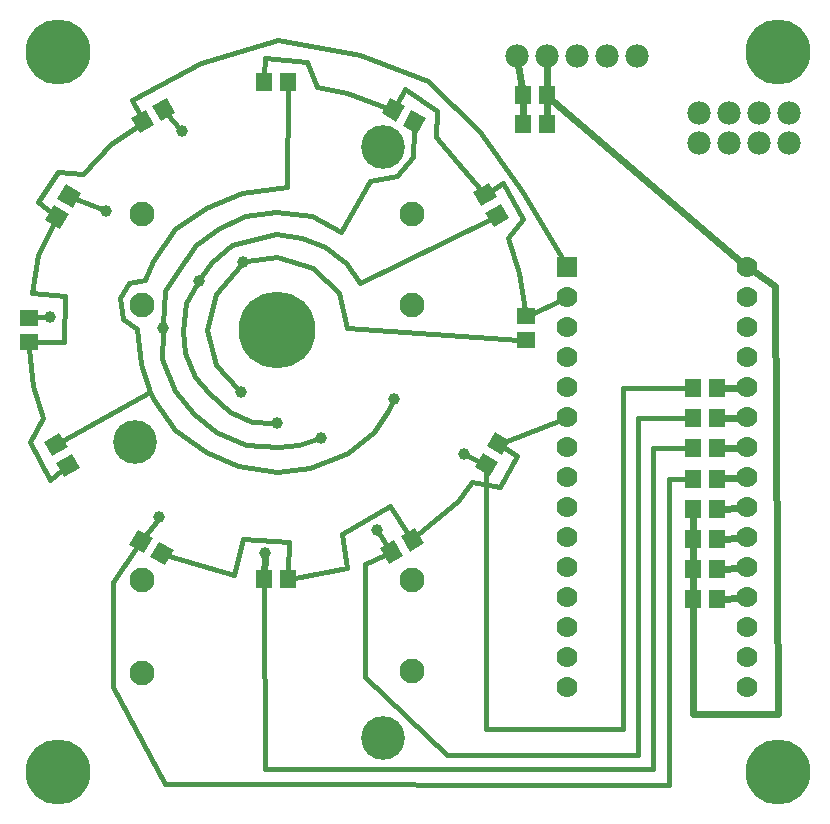
<source format=gbl>
G04 MADE WITH FRITZING*
G04 WWW.FRITZING.ORG*
G04 DOUBLE SIDED*
G04 HOLES PLATED*
G04 CONTOUR ON CENTER OF CONTOUR VECTOR*
%ASAXBY*%
%FSLAX23Y23*%
%MOIN*%
%OFA0B0*%
%SFA1.0B1.0*%
%ADD10C,0.082677*%
%ADD11C,0.255905*%
%ADD12C,0.145669*%
%ADD13C,0.039370*%
%ADD14C,0.070000*%
%ADD15C,0.078000*%
%ADD16C,0.216535*%
%ADD17R,0.055118X0.059055*%
%ADD18R,0.069972X0.070000*%
%ADD19R,0.059055X0.055118*%
%ADD20C,0.016000*%
%ADD21C,0.024000*%
%LNCOPPER0*%
G90*
G70*
G54D10*
X1336Y2021D03*
X1336Y1717D03*
X436Y1717D03*
X436Y2021D03*
X436Y491D03*
X436Y803D03*
X1336Y803D03*
X1336Y499D03*
G54D11*
X886Y1634D03*
G54D12*
X1240Y2244D03*
X413Y1260D03*
X1240Y276D03*
G54D13*
X626Y1799D03*
X315Y2032D03*
X773Y1863D03*
X568Y2299D03*
X507Y1641D03*
X129Y1679D03*
X765Y1427D03*
X493Y1010D03*
X887Y1324D03*
X1218Y968D03*
X1032Y1274D03*
X1276Y1404D03*
X1508Y1221D03*
X846Y890D03*
G54D14*
X1854Y1844D03*
X1854Y1744D03*
X1854Y1644D03*
X1854Y1544D03*
X1854Y1444D03*
X1854Y1344D03*
X1854Y1244D03*
X1854Y1144D03*
X1854Y1044D03*
X1854Y944D03*
X1854Y844D03*
X1854Y744D03*
X1854Y644D03*
X1854Y544D03*
X1854Y444D03*
X2454Y1844D03*
X2454Y1744D03*
X2454Y1644D03*
X2454Y1544D03*
X2454Y1444D03*
X2454Y1344D03*
X2454Y1244D03*
X2454Y1144D03*
X2454Y1044D03*
X2454Y944D03*
X2454Y844D03*
X2454Y744D03*
X2454Y644D03*
X2454Y544D03*
X2454Y444D03*
G54D15*
X2591Y2359D03*
X2491Y2359D03*
X2391Y2359D03*
X2291Y2359D03*
X2591Y2359D03*
X2491Y2359D03*
X2391Y2359D03*
X2291Y2359D03*
X2291Y2259D03*
X2391Y2259D03*
X2491Y2259D03*
X2591Y2259D03*
G54D16*
X156Y162D03*
X2557Y2563D03*
X155Y2563D03*
X2556Y163D03*
G54D15*
X1685Y2549D03*
X1785Y2549D03*
X1885Y2549D03*
X1985Y2549D03*
X2085Y2549D03*
G54D17*
X1705Y2418D03*
X1786Y2418D03*
X1706Y2323D03*
X1787Y2323D03*
X843Y2462D03*
X924Y2462D03*
G54D18*
X1854Y1844D03*
G54D19*
X58Y1594D03*
X58Y1675D03*
G54D17*
X2271Y1139D03*
X2352Y1139D03*
X2271Y1441D03*
X2352Y1441D03*
G54D19*
X1717Y1680D03*
X1717Y1600D03*
G54D17*
X923Y804D03*
X842Y804D03*
X2271Y1240D03*
X2352Y1240D03*
X2271Y1340D03*
X2352Y1340D03*
X2271Y1037D03*
X2352Y1037D03*
X2271Y937D03*
X2352Y937D03*
X2271Y837D03*
X2352Y837D03*
X2271Y737D03*
X2352Y737D03*
G54D20*
X170Y1265D02*
X464Y1429D01*
D02*
X82Y1677D02*
X115Y1679D01*
D02*
X524Y2351D02*
X559Y2309D01*
D02*
X215Y2072D02*
X302Y2037D01*
D02*
X2038Y1441D02*
X2249Y1441D01*
D02*
X2038Y304D02*
X2038Y1441D01*
D02*
X1581Y304D02*
X2038Y304D01*
D02*
X1584Y1161D02*
X1581Y304D01*
G54D21*
D02*
X1786Y2394D02*
X1787Y2347D01*
D02*
X1786Y2442D02*
X1785Y2519D01*
D02*
X1701Y2442D02*
X1689Y2519D01*
D02*
X1705Y2394D02*
X1706Y2347D01*
G54D20*
D02*
X1418Y2366D02*
X1416Y2278D01*
D02*
X1312Y2437D02*
X1418Y2366D01*
D02*
X1486Y2196D02*
X1565Y2103D01*
D02*
X1416Y2278D02*
X1486Y2196D01*
D02*
X1285Y2389D02*
X1312Y2437D01*
D02*
X986Y2529D02*
X845Y2541D01*
D02*
X1020Y2444D02*
X986Y2529D01*
D02*
X845Y2541D02*
X844Y2486D01*
D02*
X1120Y2426D02*
X1020Y2444D01*
D02*
X1252Y2376D02*
X1120Y2426D01*
D02*
X179Y1749D02*
X176Y1596D01*
D02*
X70Y1757D02*
X179Y1749D01*
D02*
X62Y1260D02*
X129Y1135D01*
D02*
X107Y1341D02*
X62Y1260D01*
D02*
X176Y1596D02*
X82Y1595D01*
D02*
X129Y1135D02*
X170Y1168D01*
D02*
X90Y1885D02*
X70Y1757D01*
D02*
X90Y2063D02*
X134Y2027D01*
D02*
X73Y1449D02*
X107Y1341D01*
D02*
X60Y1572D02*
X73Y1449D01*
D02*
X143Y1991D02*
X90Y1885D01*
D02*
X334Y2255D02*
X240Y2154D01*
D02*
X240Y2154D02*
X157Y2160D01*
D02*
X157Y2160D02*
X90Y2063D01*
D02*
X421Y2316D02*
X334Y2255D01*
D02*
X1693Y1824D02*
X1713Y1702D01*
D02*
X1657Y1941D02*
X1693Y1824D01*
D02*
X1705Y2004D02*
X1657Y1941D01*
D02*
X1638Y2126D02*
X1705Y2004D01*
D02*
X1599Y2099D02*
X1638Y2126D01*
D02*
X1537Y1129D02*
X1629Y1110D01*
D02*
X1490Y1066D02*
X1537Y1129D01*
D02*
X1629Y1110D02*
X1687Y1216D01*
D02*
X1704Y2099D02*
X1842Y1864D01*
D02*
X1164Y2552D02*
X1390Y2466D01*
D02*
X890Y2600D02*
X1164Y2552D01*
D02*
X631Y2526D02*
X890Y2600D01*
D02*
X401Y2400D02*
X631Y2526D01*
D02*
X428Y2350D02*
X401Y2400D01*
D02*
X1564Y2296D02*
X1704Y2099D01*
D02*
X1390Y2466D02*
X1564Y2296D01*
D02*
X1687Y1216D02*
X1645Y1243D01*
D02*
X742Y818D02*
X525Y883D01*
D02*
X1101Y955D02*
X1262Y1048D01*
D02*
X1262Y1048D02*
X1323Y955D01*
D02*
X1354Y950D02*
X1490Y1066D01*
D02*
X1120Y841D02*
X1101Y955D01*
D02*
X945Y808D02*
X1120Y841D01*
D02*
X771Y937D02*
X742Y818D01*
D02*
X927Y929D02*
X771Y937D01*
D02*
X924Y828D02*
X927Y929D01*
D02*
X338Y444D02*
X512Y122D01*
D02*
X338Y796D02*
X338Y444D01*
D02*
X512Y122D02*
X2193Y117D01*
D02*
X2193Y117D02*
X2193Y1139D01*
D02*
X2193Y1139D02*
X2249Y1139D01*
D02*
X419Y910D02*
X338Y796D01*
D02*
X1832Y1335D02*
X1651Y1266D01*
D02*
X1832Y1734D02*
X1741Y1692D01*
D02*
X846Y171D02*
X2139Y171D01*
D02*
X2139Y171D02*
X2139Y1240D01*
D02*
X2139Y1240D02*
X2249Y1240D01*
D02*
X843Y780D02*
X846Y171D01*
G54D21*
D02*
X845Y871D02*
X843Y828D01*
G54D20*
D02*
X1208Y1296D02*
X1123Y1226D01*
D02*
X1257Y1366D02*
X1208Y1296D01*
D02*
X1270Y1392D02*
X1257Y1366D01*
D02*
X997Y1174D02*
X887Y1160D01*
D02*
X1123Y1226D02*
X997Y1174D01*
D02*
X757Y1181D02*
X649Y1229D01*
D02*
X887Y1160D02*
X757Y1181D01*
D02*
X545Y1300D02*
X475Y1400D01*
D02*
X649Y1229D02*
X545Y1300D01*
D02*
X431Y1522D02*
X420Y1637D01*
D02*
X464Y1429D02*
X431Y1522D01*
D02*
X475Y1400D02*
X464Y1429D01*
D02*
X371Y1670D02*
X364Y1741D01*
D02*
X364Y1741D02*
X394Y1792D01*
D02*
X394Y1792D02*
X445Y1800D01*
D02*
X420Y1637D02*
X371Y1670D01*
D02*
X445Y1800D02*
X471Y1866D01*
D02*
X545Y1970D02*
X649Y2041D01*
D02*
X471Y1866D02*
X545Y1970D01*
D02*
X768Y2092D02*
X920Y2110D01*
D02*
X649Y2041D02*
X768Y2092D01*
D02*
X920Y2110D02*
X924Y2438D01*
D02*
X1563Y1196D02*
X1521Y1215D01*
D02*
X1179Y478D02*
X1453Y218D01*
D02*
X1453Y218D02*
X2090Y218D01*
D02*
X2090Y218D02*
X2090Y1340D01*
D02*
X2090Y1340D02*
X2249Y1340D01*
D02*
X1179Y855D02*
X1179Y478D01*
D02*
X1247Y886D02*
X1179Y855D01*
D02*
X1225Y957D02*
X1253Y915D01*
D02*
X960Y1252D02*
X1019Y1270D01*
D02*
X890Y1244D02*
X960Y1252D01*
D02*
X782Y1252D02*
X890Y1244D01*
D02*
X682Y1296D02*
X782Y1252D01*
D02*
X608Y1355D02*
X682Y1296D01*
D02*
X545Y1433D02*
X608Y1355D01*
D02*
X501Y1537D02*
X545Y1433D01*
D02*
X506Y1627D02*
X501Y1537D01*
D02*
X512Y1766D02*
X507Y1654D01*
D02*
X549Y1822D02*
X512Y1766D01*
D02*
X616Y1918D02*
X549Y1822D01*
D02*
X690Y1970D02*
X616Y1918D01*
D02*
X779Y2015D02*
X690Y1970D01*
D02*
X884Y2029D02*
X779Y2015D01*
D02*
X1001Y2015D02*
X884Y2029D01*
D02*
X1098Y1963D02*
X1001Y2015D01*
D02*
X1195Y2132D02*
X1098Y1963D01*
D02*
X1287Y2149D02*
X1195Y2132D01*
D02*
X1340Y2210D02*
X1287Y2149D01*
D02*
X1342Y2301D02*
X1340Y2210D01*
D02*
X804Y1329D02*
X874Y1325D01*
D02*
X729Y1363D02*
X804Y1329D01*
D02*
X659Y1424D02*
X729Y1363D01*
D02*
X612Y1479D02*
X659Y1424D01*
D02*
X579Y1557D02*
X612Y1479D01*
D02*
X573Y1632D02*
X579Y1557D01*
D02*
X584Y1724D02*
X573Y1632D01*
D02*
X619Y1787D02*
X584Y1724D01*
D02*
X668Y1863D02*
X633Y1810D01*
D02*
X737Y1918D02*
X668Y1863D01*
D02*
X884Y1954D02*
X737Y1918D01*
D02*
X968Y1941D02*
X884Y1954D01*
D02*
X1045Y1911D02*
X968Y1941D01*
D02*
X1116Y1859D02*
X1045Y1911D01*
D02*
X1164Y1792D02*
X1116Y1859D01*
D02*
X1598Y2005D02*
X1164Y1792D01*
D02*
X756Y1437D02*
X682Y1518D01*
D02*
X682Y1518D02*
X654Y1635D01*
D02*
X654Y1635D02*
X684Y1754D01*
D02*
X684Y1754D02*
X765Y1852D01*
D02*
X787Y1864D02*
X887Y1877D01*
D02*
X887Y1877D02*
X1007Y1841D01*
D02*
X1007Y1841D02*
X1093Y1757D01*
D02*
X1093Y1757D02*
X1120Y1641D01*
D02*
X1120Y1641D02*
X1693Y1601D01*
D02*
X447Y949D02*
X485Y999D01*
G54D21*
D02*
X1786Y2415D02*
X1785Y2519D01*
D02*
X2431Y1863D02*
X1786Y2415D01*
D02*
X2374Y1140D02*
X2424Y1142D01*
D02*
X2374Y1241D02*
X2424Y1243D01*
D02*
X2374Y1341D02*
X2424Y1343D01*
D02*
X2374Y1442D02*
X2424Y1443D01*
D02*
X2374Y1038D02*
X2424Y1042D01*
D02*
X2374Y938D02*
X2424Y942D01*
D02*
X2374Y838D02*
X2424Y842D01*
D02*
X2374Y738D02*
X2424Y742D01*
D02*
X2271Y355D02*
X2555Y355D01*
D02*
X2555Y355D02*
X2545Y1781D01*
D02*
X2545Y1781D02*
X2478Y1827D01*
D02*
X2271Y713D02*
X2271Y355D01*
D02*
X2271Y761D02*
X2271Y813D01*
D02*
X2271Y861D02*
X2271Y913D01*
D02*
X2271Y961D02*
X2271Y1013D01*
G36*
X164Y1972D02*
X113Y2002D01*
X141Y2050D01*
X192Y2020D01*
X164Y1972D01*
G37*
D02*
G36*
X205Y2042D02*
X153Y2072D01*
X181Y2120D01*
X232Y2090D01*
X205Y2042D01*
G37*
D02*
G36*
X1235Y2357D02*
X1264Y2408D01*
X1312Y2380D01*
X1282Y2329D01*
X1235Y2357D01*
G37*
D02*
G36*
X1305Y2316D02*
X1334Y2367D01*
X1382Y2340D01*
X1352Y2289D01*
X1305Y2316D01*
G37*
D02*
G36*
X1540Y2095D02*
X1591Y2124D01*
X1618Y2077D01*
X1567Y2047D01*
X1540Y2095D01*
G37*
D02*
G36*
X1580Y2025D02*
X1631Y2055D01*
X1659Y2007D01*
X1608Y1977D01*
X1580Y2025D01*
G37*
D02*
G36*
X228Y1175D02*
X177Y1145D01*
X150Y1193D01*
X201Y1222D01*
X228Y1175D01*
G37*
D02*
G36*
X188Y1244D02*
X137Y1215D01*
X109Y1263D01*
X160Y1292D01*
X188Y1244D01*
G37*
D02*
G36*
X542Y901D02*
X512Y850D01*
X464Y878D01*
X494Y929D01*
X542Y901D01*
G37*
D02*
G36*
X472Y942D02*
X442Y890D01*
X394Y918D01*
X424Y969D01*
X472Y942D01*
G37*
D02*
G36*
X1346Y975D02*
X1375Y924D01*
X1328Y896D01*
X1298Y947D01*
X1346Y975D01*
G37*
D02*
G36*
X1276Y934D02*
X1305Y883D01*
X1258Y856D01*
X1228Y907D01*
X1276Y934D01*
G37*
D02*
G36*
X430Y2290D02*
X400Y2341D01*
X448Y2368D01*
X477Y2317D01*
X430Y2290D01*
G37*
D02*
G36*
X500Y2330D02*
X470Y2381D01*
X518Y2409D01*
X547Y2357D01*
X500Y2330D01*
G37*
D02*
G36*
X1613Y1295D02*
X1664Y1265D01*
X1637Y1217D01*
X1586Y1247D01*
X1613Y1295D01*
G37*
D02*
G36*
X1573Y1225D02*
X1624Y1195D01*
X1596Y1148D01*
X1545Y1177D01*
X1573Y1225D01*
G37*
D02*
G04 End of Copper0*
M02*
</source>
